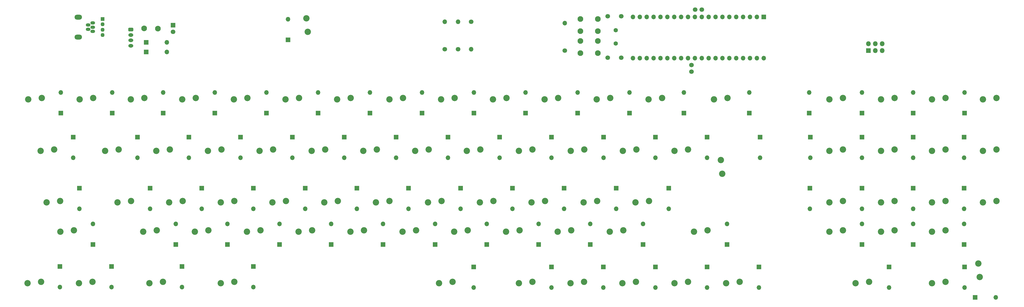
<source format=gbs>
G04 #@! TF.GenerationSoftware,KiCad,Pcbnew,5.1.6-c6e7f7d~87~ubuntu18.04.1*
G04 #@! TF.CreationDate,2020-08-05T12:54:41+02:00*
G04 #@! TF.ProjectId,m0116_usb,6d303131-365f-4757-9362-2e6b69636164,rev?*
G04 #@! TF.SameCoordinates,Original*
G04 #@! TF.FileFunction,Soldermask,Bot*
G04 #@! TF.FilePolarity,Negative*
%FSLAX46Y46*%
G04 Gerber Fmt 4.6, Leading zero omitted, Abs format (unit mm)*
G04 Created by KiCad (PCBNEW 5.1.6-c6e7f7d~87~ubuntu18.04.1) date 2020-08-05 12:54:41*
%MOMM*%
%LPD*%
G01*
G04 APERTURE LIST*
%ADD10O,1.700000X1.700000*%
%ADD11R,1.700000X1.700000*%
%ADD12C,2.350000*%
%ADD13O,1.850000X1.300000*%
%ADD14C,1.600000*%
%ADD15C,1.700000*%
%ADD16O,1.450000X1.450000*%
%ADD17R,1.450000X1.450000*%
%ADD18O,1.750000X1.200000*%
%ADD19O,2.800000X1.800000*%
%ADD20O,1.800000X1.800000*%
%ADD21R,1.800000X1.800000*%
%ADD22C,2.100000*%
G04 APERTURE END LIST*
D10*
G04 #@! TO.C,U1*
X303276000Y-91744800D03*
X255016000Y-76504800D03*
X300736000Y-91744800D03*
X257556000Y-76504800D03*
X298196000Y-91744800D03*
X260096000Y-76504800D03*
X295656000Y-91744800D03*
X262636000Y-76504800D03*
X293116000Y-91744800D03*
X265176000Y-76504800D03*
X290576000Y-91744800D03*
X267716000Y-76504800D03*
X288036000Y-91744800D03*
X270256000Y-76504800D03*
X285496000Y-91744800D03*
X272796000Y-76504800D03*
X282956000Y-91744800D03*
X275336000Y-76504800D03*
X280416000Y-91744800D03*
X277876000Y-76504800D03*
X277876000Y-91744800D03*
X280416000Y-76504800D03*
X275336000Y-91744800D03*
X282956000Y-76504800D03*
X272796000Y-91744800D03*
X285496000Y-76504800D03*
X270256000Y-91744800D03*
X288036000Y-76504800D03*
X267716000Y-91744800D03*
X290576000Y-76504800D03*
X265176000Y-91744800D03*
X293116000Y-76504800D03*
X262636000Y-91744800D03*
X295656000Y-76504800D03*
X260096000Y-91744800D03*
X298196000Y-76504800D03*
X257556000Y-91744800D03*
X300736000Y-76504800D03*
X255016000Y-91744800D03*
D11*
X303276000Y-76504800D03*
G04 #@! TD*
D12*
G04 #@! TO.C,MX14*
X289901000Y-106489000D03*
X284901000Y-106989000D03*
G04 #@! TD*
D13*
G04 #@! TO.C,J3*
X69723000Y-87153000D03*
X69723000Y-85153000D03*
X69723000Y-83153000D03*
G36*
G01*
X69068832Y-80503000D02*
X70377168Y-80503000D01*
G75*
G02*
X70648000Y-80773832I0J-270832D01*
G01*
X70648000Y-81532168D01*
G75*
G02*
X70377168Y-81803000I-270832J0D01*
G01*
X69068832Y-81803000D01*
G75*
G02*
X68798000Y-81532168I0J270832D01*
G01*
X68798000Y-80773832D01*
G75*
G02*
X69068832Y-80503000I270832J0D01*
G01*
G37*
G04 #@! TD*
D14*
G04 #@! TO.C,XTAL1*
X248666000Y-86287000D03*
X248666000Y-81407000D03*
G04 #@! TD*
D15*
G04 #@! TO.C,C5*
X245698000Y-91567000D03*
X250698000Y-91567000D03*
G04 #@! TD*
G04 #@! TO.C,C4*
X245698000Y-76200000D03*
X250698000Y-76200000D03*
G04 #@! TD*
G04 #@! TO.C,C1*
X85344000Y-82002000D03*
D11*
X85344000Y-79502000D03*
G04 #@! TD*
D16*
G04 #@! TO.C,J2*
X59309000Y-83216000D03*
X59309000Y-81216000D03*
X59309000Y-79216000D03*
D17*
X59309000Y-77216000D03*
G04 #@! TD*
D18*
G04 #@! TO.C,USB1*
X55691000Y-78664000D03*
X53991000Y-79464000D03*
X55691000Y-80264000D03*
X53991000Y-81064000D03*
X55691000Y-81864000D03*
D19*
X50391000Y-76614000D03*
X50391000Y-83914000D03*
G04 #@! TD*
D12*
G04 #@! TO.C,MX34*
X351496000Y-125539000D03*
X346496000Y-126039000D03*
G04 #@! TD*
G04 #@! TO.C,MX40*
X107910000Y-144589000D03*
X102910000Y-145089000D03*
G04 #@! TD*
D20*
G04 #@! TO.C,J1*
X346964000Y-86360000D03*
X346964000Y-88900000D03*
X344424000Y-86360000D03*
X344424000Y-88900000D03*
X341884000Y-86360000D03*
D21*
X341884000Y-88900000D03*
G04 #@! TD*
D12*
G04 #@! TO.C,MX1*
X36917000Y-106489000D03*
X31917000Y-106989000D03*
G04 #@! TD*
D11*
G04 #@! TO.C,D3*
X43942000Y-112014000D03*
D10*
X43942000Y-104394000D03*
G04 #@! TD*
D15*
G04 #@! TO.C,R3*
X185547000Y-88392000D03*
D10*
X185547000Y-78232000D03*
G04 #@! TD*
G04 #@! TO.C,D1*
X83058000Y-85852000D03*
D11*
X75438000Y-85852000D03*
G04 #@! TD*
D10*
G04 #@! TO.C,D2*
X83058000Y-89408000D03*
D11*
X75438000Y-89408000D03*
G04 #@! TD*
D12*
G04 #@! TO.C,MX62*
X227243000Y-155893000D03*
X232243000Y-155393000D03*
G04 #@! TD*
G04 #@! TO.C,MX64*
X277535000Y-155893000D03*
X282535000Y-155393000D03*
G04 #@! TD*
D10*
G04 #@! TO.C,D18*
X339471000Y-104394000D03*
D11*
X339471000Y-112014000D03*
G04 #@! TD*
D12*
G04 #@! TO.C,MX3*
X74763000Y-106489000D03*
X69763000Y-106989000D03*
G04 #@! TD*
G04 #@! TO.C,MX72*
X135065000Y-82002000D03*
X134565000Y-77002000D03*
G04 #@! TD*
G04 #@! TO.C,MX81*
X382969000Y-172680000D03*
X382469000Y-167680000D03*
G04 #@! TD*
G04 #@! TO.C,MX80*
X365292000Y-174943000D03*
X370292000Y-174443000D03*
G04 #@! TD*
G04 #@! TO.C,MX79*
X337098000Y-174943000D03*
X342098000Y-174443000D03*
G04 #@! TD*
G04 #@! TO.C,MX78*
X289346000Y-174943000D03*
X294346000Y-174443000D03*
G04 #@! TD*
G04 #@! TO.C,MX77*
X270296000Y-174943000D03*
X275296000Y-174443000D03*
G04 #@! TD*
G04 #@! TO.C,MX76*
X251119000Y-174943000D03*
X256119000Y-174443000D03*
G04 #@! TD*
G04 #@! TO.C,MX75*
X231942000Y-174943000D03*
X236942000Y-174443000D03*
G04 #@! TD*
G04 #@! TO.C,MX74*
X212892000Y-174943000D03*
X217892000Y-174443000D03*
G04 #@! TD*
G04 #@! TO.C,MX73*
X183428000Y-174943000D03*
X188428000Y-174443000D03*
G04 #@! TD*
G04 #@! TO.C,MX71*
X102910000Y-174943000D03*
X107910000Y-174443000D03*
G04 #@! TD*
G04 #@! TO.C,MX70*
X76621000Y-174943000D03*
X81621000Y-174443000D03*
G04 #@! TD*
G04 #@! TO.C,MX69*
X50586000Y-174943000D03*
X55586000Y-174443000D03*
G04 #@! TD*
G04 #@! TO.C,MX68*
X31663000Y-174943000D03*
X36663000Y-174443000D03*
G04 #@! TD*
G04 #@! TO.C,MX67*
X365292000Y-155893000D03*
X370292000Y-155393000D03*
G04 #@! TD*
G04 #@! TO.C,MX66*
X346496000Y-155893000D03*
X351496000Y-155393000D03*
G04 #@! TD*
G04 #@! TO.C,MX65*
X327446000Y-155893000D03*
X332446000Y-155393000D03*
G04 #@! TD*
G04 #@! TO.C,MX63*
X246420000Y-155893000D03*
X251420000Y-155393000D03*
G04 #@! TD*
G04 #@! TO.C,MX61*
X208193000Y-155893000D03*
X213193000Y-155393000D03*
G04 #@! TD*
G04 #@! TO.C,MX60*
X189016000Y-155893000D03*
X194016000Y-155393000D03*
G04 #@! TD*
G04 #@! TO.C,MX59*
X169966000Y-155893000D03*
X174966000Y-155393000D03*
G04 #@! TD*
G04 #@! TO.C,MX58*
X150789000Y-155893000D03*
X155789000Y-155393000D03*
G04 #@! TD*
G04 #@! TO.C,MX57*
X131612000Y-155893000D03*
X136612000Y-155393000D03*
G04 #@! TD*
G04 #@! TO.C,MX56*
X112562000Y-155893000D03*
X117562000Y-155393000D03*
G04 #@! TD*
G04 #@! TO.C,MX55*
X93385000Y-155893000D03*
X98385000Y-155393000D03*
G04 #@! TD*
G04 #@! TO.C,MX54*
X74335000Y-155893000D03*
X79335000Y-155393000D03*
G04 #@! TD*
G04 #@! TO.C,MX53*
X43728000Y-155893000D03*
X48728000Y-155393000D03*
G04 #@! TD*
G04 #@! TO.C,MX52*
X389088000Y-144589000D03*
X384088000Y-145089000D03*
G04 #@! TD*
G04 #@! TO.C,MX51*
X370292000Y-144589000D03*
X365292000Y-145089000D03*
G04 #@! TD*
G04 #@! TO.C,MX50*
X351496000Y-144589000D03*
X346496000Y-145089000D03*
G04 #@! TD*
G04 #@! TO.C,MX49*
X332446000Y-144589000D03*
X327446000Y-145089000D03*
G04 #@! TD*
G04 #@! TO.C,MX48*
X260945000Y-144589000D03*
X255945000Y-145089000D03*
G04 #@! TD*
G04 #@! TO.C,MX47*
X241768000Y-144589000D03*
X236768000Y-145089000D03*
G04 #@! TD*
G04 #@! TO.C,MX46*
X222591000Y-144589000D03*
X217591000Y-145089000D03*
G04 #@! TD*
G04 #@! TO.C,MX45*
X203541000Y-144589000D03*
X198541000Y-145089000D03*
G04 #@! TD*
G04 #@! TO.C,MX44*
X184364000Y-144589000D03*
X179364000Y-145089000D03*
G04 #@! TD*
G04 #@! TO.C,MX43*
X165187000Y-144589000D03*
X160187000Y-145089000D03*
G04 #@! TD*
G04 #@! TO.C,MX42*
X146137000Y-144589000D03*
X141137000Y-145089000D03*
G04 #@! TD*
G04 #@! TO.C,MX41*
X126960000Y-144589000D03*
X121960000Y-145089000D03*
G04 #@! TD*
G04 #@! TO.C,MX39*
X88860000Y-144589000D03*
X83860000Y-145089000D03*
G04 #@! TD*
G04 #@! TO.C,MX38*
X69810000Y-144589000D03*
X64810000Y-145089000D03*
G04 #@! TD*
G04 #@! TO.C,MX37*
X43648000Y-144589000D03*
X38648000Y-145089000D03*
G04 #@! TD*
G04 #@! TO.C,MX36*
X389088000Y-125539000D03*
X384088000Y-126039000D03*
G04 #@! TD*
G04 #@! TO.C,MX35*
X370292000Y-125539000D03*
X365292000Y-126039000D03*
G04 #@! TD*
G04 #@! TO.C,MX33*
X332446000Y-125539000D03*
X327446000Y-126039000D03*
G04 #@! TD*
G04 #@! TO.C,MX32*
X287973000Y-134453000D03*
X287473000Y-129453000D03*
G04 #@! TD*
G04 #@! TO.C,MX31*
X275296000Y-125539000D03*
X270296000Y-126039000D03*
G04 #@! TD*
G04 #@! TO.C,MX30*
X256246000Y-125539000D03*
X251246000Y-126039000D03*
G04 #@! TD*
G04 #@! TO.C,MX29*
X237069000Y-125539000D03*
X232069000Y-126039000D03*
G04 #@! TD*
G04 #@! TO.C,MX28*
X217892000Y-125539000D03*
X212892000Y-126039000D03*
G04 #@! TD*
G04 #@! TO.C,MX27*
X198715000Y-125539000D03*
X193715000Y-126039000D03*
G04 #@! TD*
G04 #@! TO.C,MX26*
X179665000Y-125539000D03*
X174665000Y-126039000D03*
G04 #@! TD*
G04 #@! TO.C,MX25*
X160488000Y-125539000D03*
X155488000Y-126039000D03*
G04 #@! TD*
G04 #@! TO.C,MX24*
X141438000Y-125539000D03*
X136438000Y-126039000D03*
G04 #@! TD*
G04 #@! TO.C,MX23*
X122261000Y-125539000D03*
X117261000Y-126039000D03*
G04 #@! TD*
G04 #@! TO.C,MX22*
X103211000Y-125539000D03*
X98211000Y-126039000D03*
G04 #@! TD*
G04 #@! TO.C,MX21*
X84161000Y-125539000D03*
X79161000Y-126039000D03*
G04 #@! TD*
G04 #@! TO.C,MX20*
X65238000Y-125539000D03*
X60238000Y-126039000D03*
G04 #@! TD*
G04 #@! TO.C,MX19*
X41489000Y-125539000D03*
X36489000Y-126039000D03*
G04 #@! TD*
G04 #@! TO.C,MX18*
X389088000Y-106489000D03*
X384088000Y-106989000D03*
G04 #@! TD*
G04 #@! TO.C,MX17*
X370292000Y-106489000D03*
X365292000Y-106989000D03*
G04 #@! TD*
G04 #@! TO.C,MX16*
X351496000Y-106489000D03*
X346496000Y-106989000D03*
G04 #@! TD*
G04 #@! TO.C,MX15*
X332446000Y-106489000D03*
X327446000Y-106989000D03*
G04 #@! TD*
G04 #@! TO.C,MX13*
X265771000Y-106489000D03*
X260771000Y-106989000D03*
G04 #@! TD*
G04 #@! TO.C,MX12*
X246594000Y-106489000D03*
X241594000Y-106989000D03*
G04 #@! TD*
G04 #@! TO.C,MX11*
X227417000Y-106489000D03*
X222417000Y-106989000D03*
G04 #@! TD*
G04 #@! TO.C,MX10*
X208367000Y-106489000D03*
X203367000Y-106989000D03*
G04 #@! TD*
G04 #@! TO.C,MX9*
X189190000Y-106489000D03*
X184190000Y-106989000D03*
G04 #@! TD*
G04 #@! TO.C,MX8*
X170140000Y-106489000D03*
X165140000Y-106989000D03*
G04 #@! TD*
G04 #@! TO.C,MX7*
X150836000Y-106489000D03*
X145836000Y-106989000D03*
G04 #@! TD*
G04 #@! TO.C,MX6*
X131786000Y-106489000D03*
X126786000Y-106989000D03*
G04 #@! TD*
G04 #@! TO.C,MX5*
X112736000Y-106489000D03*
X107736000Y-106989000D03*
G04 #@! TD*
G04 #@! TO.C,MX4*
X93686000Y-106489000D03*
X88686000Y-106989000D03*
G04 #@! TD*
G04 #@! TO.C,MX2*
X55840000Y-106489000D03*
X50840000Y-106989000D03*
G04 #@! TD*
D22*
G04 #@! TO.C,Reset*
X242085000Y-85344000D03*
X242085000Y-89844000D03*
X235585000Y-85344000D03*
X235585000Y-89844000D03*
G04 #@! TD*
D10*
G04 #@! TO.C,R2*
X195326000Y-88392000D03*
D15*
X195326000Y-78232000D03*
G04 #@! TD*
G04 #@! TO.C,R4*
X190500000Y-88392000D03*
D10*
X190500000Y-78232000D03*
G04 #@! TD*
G04 #@! TO.C,R1*
X229870000Y-78740000D03*
D15*
X229870000Y-88900000D03*
G04 #@! TD*
D22*
G04 #@! TO.C,F1*
X74676000Y-80762000D03*
X79756000Y-80772000D03*
G04 #@! TD*
D10*
G04 #@! TO.C,D74*
X127762000Y-77343000D03*
D11*
X127762000Y-84963000D03*
G04 #@! TD*
D10*
G04 #@! TO.C,D83*
X388874000Y-180213000D03*
D11*
X381254000Y-180213000D03*
G04 #@! TD*
D10*
G04 #@! TO.C,D82*
X377317000Y-176530000D03*
D11*
X377317000Y-168910000D03*
G04 #@! TD*
D10*
G04 #@! TO.C,D81*
X349504000Y-176530000D03*
D11*
X349504000Y-168910000D03*
G04 #@! TD*
D10*
G04 #@! TO.C,D80*
X301498000Y-176530000D03*
D11*
X301498000Y-168910000D03*
G04 #@! TD*
D10*
G04 #@! TO.C,D79*
X282321000Y-176530000D03*
D11*
X282321000Y-168910000D03*
G04 #@! TD*
D10*
G04 #@! TO.C,D78*
X263271000Y-176530000D03*
D11*
X263271000Y-168910000D03*
G04 #@! TD*
D10*
G04 #@! TO.C,D77*
X244094000Y-176530000D03*
D11*
X244094000Y-168910000D03*
G04 #@! TD*
D10*
G04 #@! TO.C,D76*
X224917000Y-176530000D03*
D11*
X224917000Y-168910000D03*
G04 #@! TD*
D10*
G04 #@! TO.C,D75*
X196215000Y-176530000D03*
D11*
X196215000Y-168910000D03*
G04 #@! TD*
D10*
G04 #@! TO.C,D73*
X114935000Y-176403000D03*
D11*
X114935000Y-168783000D03*
G04 #@! TD*
D10*
G04 #@! TO.C,D72*
X88646000Y-176403000D03*
D11*
X88646000Y-168783000D03*
G04 #@! TD*
D10*
G04 #@! TO.C,D71*
X62611000Y-176403000D03*
D11*
X62611000Y-168783000D03*
G04 #@! TD*
D10*
G04 #@! TO.C,D70*
X43561000Y-176403000D03*
D11*
X43561000Y-168783000D03*
G04 #@! TD*
D10*
G04 #@! TO.C,D69*
X377190000Y-153035000D03*
D11*
X377190000Y-160655000D03*
G04 #@! TD*
D10*
G04 #@! TO.C,D68*
X358394000Y-153035000D03*
D11*
X358394000Y-160655000D03*
G04 #@! TD*
D10*
G04 #@! TO.C,D67*
X339471000Y-153035000D03*
D11*
X339471000Y-160655000D03*
G04 #@! TD*
D10*
G04 #@! TO.C,D66*
X289687000Y-153035000D03*
D11*
X289687000Y-160655000D03*
G04 #@! TD*
D10*
G04 #@! TO.C,D65*
X258699000Y-153035000D03*
D11*
X258699000Y-160655000D03*
G04 #@! TD*
D10*
G04 #@! TO.C,D64*
X239268000Y-153035000D03*
D11*
X239268000Y-160655000D03*
G04 #@! TD*
D10*
G04 #@! TO.C,D63*
X220218000Y-153035000D03*
D11*
X220218000Y-160655000D03*
G04 #@! TD*
D10*
G04 #@! TO.C,D62*
X201041000Y-153035000D03*
D11*
X201041000Y-160655000D03*
G04 #@! TD*
D10*
G04 #@! TO.C,D61*
X181991000Y-153035000D03*
D11*
X181991000Y-160655000D03*
G04 #@! TD*
D10*
G04 #@! TO.C,D60*
X162814000Y-153035000D03*
D11*
X162814000Y-160655000D03*
G04 #@! TD*
D10*
G04 #@! TO.C,D59*
X143637000Y-153035000D03*
D11*
X143637000Y-160655000D03*
G04 #@! TD*
D10*
G04 #@! TO.C,D58*
X124587000Y-153035000D03*
D11*
X124587000Y-160655000D03*
G04 #@! TD*
D10*
G04 #@! TO.C,D57*
X105410000Y-153035000D03*
D11*
X105410000Y-160655000D03*
G04 #@! TD*
D10*
G04 #@! TO.C,D56*
X86360000Y-153035000D03*
D11*
X86360000Y-160655000D03*
G04 #@! TD*
D10*
G04 #@! TO.C,D55*
X55753000Y-153035000D03*
D11*
X55753000Y-160655000D03*
G04 #@! TD*
D10*
G04 #@! TO.C,D54*
X377190000Y-147447000D03*
D11*
X377190000Y-139827000D03*
G04 #@! TD*
D10*
G04 #@! TO.C,D53*
X358394000Y-147447000D03*
D11*
X358394000Y-139827000D03*
G04 #@! TD*
D10*
G04 #@! TO.C,D52*
X339471000Y-147447000D03*
D11*
X339471000Y-139827000D03*
G04 #@! TD*
D10*
G04 #@! TO.C,D51*
X320294000Y-147447000D03*
D11*
X320294000Y-139827000D03*
G04 #@! TD*
D10*
G04 #@! TO.C,D50*
X268224000Y-147447000D03*
D11*
X268224000Y-139827000D03*
G04 #@! TD*
D10*
G04 #@! TO.C,D49*
X248793000Y-147447000D03*
D11*
X248793000Y-139827000D03*
G04 #@! TD*
D10*
G04 #@! TO.C,D48*
X229616000Y-147447000D03*
D11*
X229616000Y-139827000D03*
G04 #@! TD*
D10*
G04 #@! TO.C,D47*
X210566000Y-147447000D03*
D11*
X210566000Y-139827000D03*
G04 #@! TD*
D10*
G04 #@! TO.C,D46*
X191389000Y-147447000D03*
D11*
X191389000Y-139827000D03*
G04 #@! TD*
D10*
G04 #@! TO.C,D45*
X172212000Y-147447000D03*
D11*
X172212000Y-139827000D03*
G04 #@! TD*
D10*
G04 #@! TO.C,D44*
X153162000Y-147447000D03*
D11*
X153162000Y-139827000D03*
G04 #@! TD*
D10*
G04 #@! TO.C,D43*
X134112000Y-147447000D03*
D11*
X134112000Y-139827000D03*
G04 #@! TD*
D10*
G04 #@! TO.C,D42*
X114935000Y-147447000D03*
D11*
X114935000Y-139827000D03*
G04 #@! TD*
D10*
G04 #@! TO.C,D41*
X95885000Y-147447000D03*
D11*
X95885000Y-139827000D03*
G04 #@! TD*
D10*
G04 #@! TO.C,D40*
X76835000Y-147447000D03*
D11*
X76835000Y-139827000D03*
G04 #@! TD*
D10*
G04 #@! TO.C,D39*
X50800000Y-147447000D03*
D11*
X50800000Y-139827000D03*
G04 #@! TD*
D10*
G04 #@! TO.C,D38*
X377190000Y-128524000D03*
D11*
X377190000Y-120904000D03*
G04 #@! TD*
D10*
G04 #@! TO.C,D37*
X358394000Y-128524000D03*
D11*
X358394000Y-120904000D03*
G04 #@! TD*
D10*
G04 #@! TO.C,D36*
X339471000Y-128524000D03*
D11*
X339471000Y-120904000D03*
G04 #@! TD*
D10*
G04 #@! TO.C,D35*
X320421000Y-128524000D03*
D11*
X320421000Y-120904000D03*
G04 #@! TD*
D10*
G04 #@! TO.C,D34*
X301879000Y-128524000D03*
D11*
X301879000Y-120904000D03*
G04 #@! TD*
D10*
G04 #@! TO.C,D33*
X282321000Y-128524000D03*
D11*
X282321000Y-120904000D03*
G04 #@! TD*
D10*
G04 #@! TO.C,D32*
X263271000Y-128524000D03*
D11*
X263271000Y-120904000D03*
G04 #@! TD*
D10*
G04 #@! TO.C,D31*
X244144800Y-128524000D03*
D11*
X244144800Y-120904000D03*
G04 #@! TD*
D10*
G04 #@! TO.C,D30*
X224942400Y-128524000D03*
D11*
X224942400Y-120904000D03*
G04 #@! TD*
D10*
G04 #@! TO.C,D29*
X205841600Y-128524000D03*
D11*
X205841600Y-120904000D03*
G04 #@! TD*
D10*
G04 #@! TO.C,D28*
X186740800Y-128524000D03*
D11*
X186740800Y-120904000D03*
G04 #@! TD*
D10*
G04 #@! TO.C,D27*
X167589200Y-128524000D03*
D11*
X167589200Y-120904000D03*
G04 #@! TD*
D10*
G04 #@! TO.C,D26*
X148488400Y-128524000D03*
D11*
X148488400Y-120904000D03*
G04 #@! TD*
D10*
G04 #@! TO.C,D25*
X129336800Y-128524000D03*
D11*
X129336800Y-120904000D03*
G04 #@! TD*
D10*
G04 #@! TO.C,D24*
X110185200Y-128524000D03*
D11*
X110185200Y-120904000D03*
G04 #@! TD*
D10*
G04 #@! TO.C,D23*
X91135200Y-128524000D03*
D11*
X91135200Y-120904000D03*
G04 #@! TD*
G04 #@! TO.C,D22*
X72237600Y-120904000D03*
D10*
X72237600Y-128524000D03*
G04 #@! TD*
G04 #@! TO.C,D21*
X48514000Y-128524000D03*
D11*
X48514000Y-120904000D03*
G04 #@! TD*
D10*
G04 #@! TO.C,D20*
X377317000Y-104394000D03*
D11*
X377317000Y-112014000D03*
G04 #@! TD*
D10*
G04 #@! TO.C,D19*
X358394000Y-104394000D03*
D11*
X358394000Y-112014000D03*
G04 #@! TD*
D10*
G04 #@! TO.C,D17*
X320040000Y-104394000D03*
D11*
X320040000Y-112014000D03*
G04 #@! TD*
D10*
G04 #@! TO.C,D16*
X297942000Y-104394000D03*
D11*
X297942000Y-112014000D03*
G04 #@! TD*
D10*
G04 #@! TO.C,D15*
X273812000Y-104394000D03*
D11*
X273812000Y-112014000D03*
G04 #@! TD*
D10*
G04 #@! TO.C,D14*
X253746000Y-104394000D03*
D11*
X253746000Y-112014000D03*
G04 #@! TD*
D10*
G04 #@! TO.C,D13*
X234569000Y-104394000D03*
D11*
X234569000Y-112014000D03*
G04 #@! TD*
D10*
G04 #@! TO.C,D12*
X215392000Y-104394000D03*
D11*
X215392000Y-112014000D03*
G04 #@! TD*
D10*
G04 #@! TO.C,D11*
X196342000Y-104394000D03*
D11*
X196342000Y-112014000D03*
G04 #@! TD*
D10*
G04 #@! TO.C,D10*
X177165000Y-104394000D03*
D11*
X177165000Y-112014000D03*
G04 #@! TD*
D10*
G04 #@! TO.C,D9*
X157988000Y-104394000D03*
D11*
X157988000Y-112014000D03*
G04 #@! TD*
D10*
G04 #@! TO.C,D8*
X138811000Y-104394000D03*
D11*
X138811000Y-112014000D03*
G04 #@! TD*
D10*
G04 #@! TO.C,D7*
X119761000Y-104394000D03*
D11*
X119761000Y-112014000D03*
G04 #@! TD*
D10*
G04 #@! TO.C,D6*
X100711000Y-104394000D03*
D11*
X100711000Y-112014000D03*
G04 #@! TD*
D10*
G04 #@! TO.C,D5*
X81661000Y-104394000D03*
D11*
X81661000Y-112014000D03*
G04 #@! TD*
D10*
G04 #@! TO.C,D4*
X62865000Y-104394000D03*
D11*
X62865000Y-112014000D03*
G04 #@! TD*
D15*
G04 #@! TO.C,C3*
X277916000Y-73787000D03*
X280416000Y-73787000D03*
G04 #@! TD*
G04 #@! TO.C,C2*
X276606000Y-96734000D03*
X276606000Y-94234000D03*
G04 #@! TD*
D22*
G04 #@! TO.C,Boot*
X242085000Y-77216000D03*
X242085000Y-81716000D03*
X235585000Y-77216000D03*
X235585000Y-81716000D03*
G04 #@! TD*
M02*

</source>
